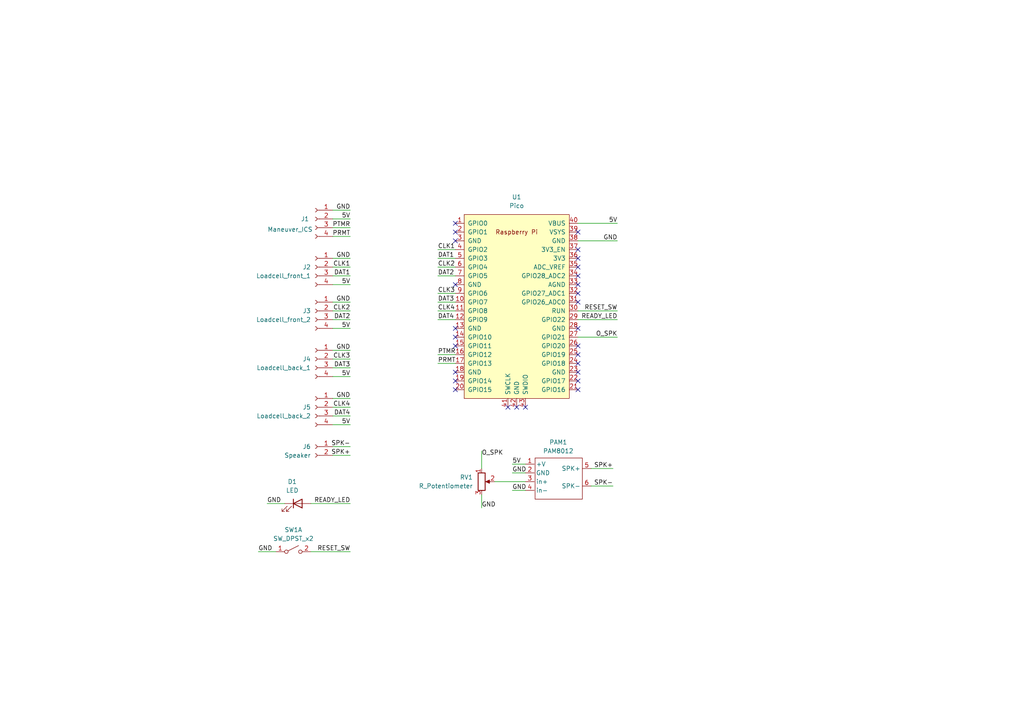
<source format=kicad_sch>
(kicad_sch (version 20231120) (generator "eeschema") (generator_version "8.0")
  (paper "A4")
  (lib_symbols
    (symbol "Connector:Conn_01x02_Socket" (pin_names (offset 1.016) hide)
      (property "Reference" "J" (at 0 2.54 0))
      (property "Value" "Conn_01x02_Socket" (at 0 -5.08 0))
      (symbol "Conn_01x02_Socket_1_1"
        (arc (start 0 -2.032) (mid -0.5058 -2.54) (end 0 -3.048) (stroke (width 0.1524)))
        (polyline (pts (xy -1.27 -2.54) (xy -0.508 -2.54)) (stroke (width 0.1524)))
        (polyline (pts (xy -1.27 0) (xy -0.508 0)) (stroke (width 0.1524)))
        (arc (start 0 0.508) (mid -0.5058 0) (end 0 -0.508) (stroke (width 0.1524)))
        (pin passive line (at -5.08 0 0) (length 3.81) (name "Pin_1") (number "1"))
        (pin passive line (at -5.08 -2.54 0) (length 3.81) (name "Pin_2") (number "2"))
      )
    )
    (symbol "Connector:Conn_01x04_Socket" (pin_names (offset 1.016) hide)
      (property "Reference" "J" (at 0 5.08 0))
      (property "Value" "Conn_01x04_Socket" (at 0 -7.62 0))
      (symbol "Conn_01x04_Socket_1_1"
        (arc (start 0 -4.572) (mid -0.5058 -5.08) (end 0 -5.588) (stroke (width 0.1524)))
        (arc (start 0 -2.032) (mid -0.5058 -2.54) (end 0 -3.048) (stroke (width 0.1524)))
        (polyline (pts (xy -1.27 -5.08) (xy -0.508 -5.08)) (stroke (width 0.1524)))
        (polyline (pts (xy -1.27 -2.54) (xy -0.508 -2.54)) (stroke (width 0.1524)))
        (polyline (pts (xy -1.27 0) (xy -0.508 0)) (stroke (width 0.1524)))
        (polyline (pts (xy -1.27 2.54) (xy -0.508 2.54)) (stroke (width 0.1524)))
        (arc (start 0 0.508) (mid -0.5058 0) (end 0 -0.508) (stroke (width 0.1524)))
        (arc (start 0 3.048) (mid -0.5058 2.54) (end 0 2.032) (stroke (width 0.1524)))
        (pin passive line (at -5.08 2.54 0) (length 3.81) (name "Pin_1") (number "1"))
        (pin passive line (at -5.08 0 0) (length 3.81) (name "Pin_2") (number "2"))
        (pin passive line (at -5.08 -2.54 0) (length 3.81) (name "Pin_3") (number "3"))
        (pin passive line (at -5.08 -5.08 0) (length 3.81) (name "Pin_4") (number "4"))
      )
    )
    (symbol "Device:R_Potentiometer" (pin_names (offset 1.016) hide)
      (property "Reference" "RV" (at -4.445 0 90))
      (property "Value" "R_Potentiometer" (at -2.54 0 90))
      (symbol "R_Potentiometer_0_1"
        (polyline (pts (xy 2.54 0) (xy 1.524 0)))
        (polyline (pts (xy 1.143 0) (xy 2.286 0.508) (xy 2.286 -0.508) (xy 1.143 0)) (fill (type outline)))
        (rectangle (start 1.016 2.54) (end -1.016 -2.54) (stroke (width 0.254)))
      )
      (symbol "R_Potentiometer_1_1"
        (pin passive line (at 0 3.81 270) (length 1.27) (name "1") (number "1"))
        (pin passive line (at 3.81 0 180) (length 1.27) (name "2") (number "2"))
        (pin passive line (at 0 -3.81 90) (length 1.27) (name "3") (number "3"))
      )
    )
    (symbol "PAM8012_1"
      (property "Reference" "PAM1" (at -0.762 8.636 0))
      (property "Value" "PAM8012" (at -0.635 6.35 0))
      (symbol "PAM8012_1_0_1"
        (rectangle (start -7.366 4.318) (end 6.35 -7.62))
      )
      (symbol "PAM8012_1_1_0"
        (pin power_in line (at -10.16 0 0) (length 2.54) (name "GND") (number "2"))
        (pin input line (at -10.16 -2.54 0) (length 2.54) (name "in+") (number "3"))
        (pin input line (at -10.16 -5.08 0) (length 2.54) (name "in-") (number "4"))
      )
      (symbol "PAM8012_1_1_1"
        (pin power_in line (at -10.16 2.54 0) (length 2.54) (name "+V") (number "1"))
        (pin power_out line (at 8.89 1.27 180) (length 2.54) (name "SPK+") (number "5"))
        (pin power_out line (at 8.89 -3.81 180) (length 2.54) (name "SPK-") (number "6"))
      )
    )
    (symbol "RPi_Pico:Pico" (pin_names (offset 1.016))
      (property "Reference" "U1" (at 0 31.75 0))
      (property "Value" "Pico" (at 0 29.21 0))
      (symbol "Pico_0_0"
        (text "Raspberry Pi" (at 0 21.59 0) (effects (font (size 1.27 1.27))))
      )
      (symbol "Pico_0_1"
        (rectangle (start -15.24 26.67) (end 15.24 -26.67) (fill (type background)))
      )
      (symbol "Pico_1_1"
        (pin bidirectional line (at -17.78 24.13 0) (length 2.54) (name "GPIO0") (number "1"))
        (pin bidirectional line (at -17.78 1.27 0) (length 2.54) (name "GPIO7") (number "10"))
        (pin bidirectional line (at -17.78 -1.27 0) (length 2.54) (name "GPIO8") (number "11"))
        (pin bidirectional line (at -17.78 -3.81 0) (length 2.54) (name "GPIO9") (number "12"))
        (pin power_in line (at -17.78 -6.35 0) (length 2.54) (name "GND") (number "13"))
        (pin bidirectional line (at -17.78 -8.89 0) (length 2.54) (name "GPIO10") (number "14"))
        (pin bidirectional line (at -17.78 -11.43 0) (length 2.54) (name "GPIO11") (number "15"))
        (pin bidirectional line (at -17.78 -13.97 0) (length 2.54) (name "GPIO12") (number "16"))
        (pin bidirectional line (at -17.78 -16.51 0) (length 2.54) (name "GPIO13") (number "17"))
        (pin power_in line (at -17.78 -19.05 0) (length 2.54) (name "GND") (number "18"))
        (pin bidirectional line (at -17.78 -21.59 0) (length 2.54) (name "GPIO14") (number "19"))
        (pin bidirectional line (at -17.78 21.59 0) (length 2.54) (name "GPIO1") (number "2"))
        (pin bidirectional line (at -17.78 -24.13 0) (length 2.54) (name "GPIO15") (number "20"))
        (pin bidirectional line (at 17.78 -24.13 180) (length 2.54) (name "GPIO16") (number "21"))
        (pin bidirectional line (at 17.78 -21.59 180) (length 2.54) (name "GPIO17") (number "22"))
        (pin power_in line (at 17.78 -19.05 180) (length 2.54) (name "GND") (number "23"))
        (pin bidirectional line (at 17.78 -16.51 180) (length 2.54) (name "GPIO18") (number "24"))
        (pin bidirectional line (at 17.78 -13.97 180) (length 2.54) (name "GPIO19") (number "25"))
        (pin bidirectional line (at 17.78 -11.43 180) (length 2.54) (name "GPIO20") (number "26"))
        (pin bidirectional line (at 17.78 -8.89 180) (length 2.54) (name "GPIO21") (number "27"))
        (pin power_in line (at 17.78 -6.35 180) (length 2.54) (name "GND") (number "28"))
        (pin bidirectional line (at 17.78 -3.81 180) (length 2.54) (name "GPIO22") (number "29"))
        (pin power_in line (at -17.78 19.05 0) (length 2.54) (name "GND") (number "3"))
        (pin input line (at 17.78 -1.27 180) (length 2.54) (name "RUN") (number "30"))
        (pin bidirectional line (at 17.78 1.27 180) (length 2.54) (name "GPIO26_ADC0") (number "31"))
        (pin bidirectional line (at 17.78 3.81 180) (length 2.54) (name "GPIO27_ADC1") (number "32"))
        (pin power_in line (at 17.78 6.35 180) (length 2.54) (name "AGND") (number "33"))
        (pin bidirectional line (at 17.78 8.89 180) (length 2.54) (name "GPIO28_ADC2") (number "34"))
        (pin unspecified line (at 17.78 11.43 180) (length 2.54) (name "ADC_VREF") (number "35"))
        (pin unspecified line (at 17.78 13.97 180) (length 2.54) (name "3V3") (number "36"))
        (pin input line (at 17.78 16.51 180) (length 2.54) (name "3V3_EN") (number "37"))
        (pin power_out line (at 17.78 19.05 180) (length 2.54) (name "GND") (number "38"))
        (pin unspecified line (at 17.78 21.59 180) (length 2.54) (name "VSYS") (number "39"))
        (pin bidirectional line (at -17.78 16.51 0) (length 2.54) (name "GPIO2") (number "4"))
        (pin power_out line (at 17.78 24.13 180) (length 2.54) (name "VBUS") (number "40"))
        (pin input line (at -2.54 -29.21 90) (length 2.54) (name "SWCLK") (number "41"))
        (pin power_in line (at 0 -29.21 90) (length 2.54) (name "GND") (number "42"))
        (pin bidirectional line (at 2.54 -29.21 90) (length 2.54) (name "SWDIO") (number "43"))
        (pin bidirectional line (at -17.78 13.97 0) (length 2.54) (name "GPIO3") (number "5"))
        (pin bidirectional line (at -17.78 11.43 0) (length 2.54) (name "GPIO4") (number "6"))
        (pin bidirectional line (at -17.78 8.89 0) (length 2.54) (name "GPIO5") (number "7"))
        (pin power_in line (at -17.78 6.35 0) (length 2.54) (name "GND") (number "8"))
        (pin bidirectional line (at -17.78 3.81 0) (length 2.54) (name "GPIO6") (number "9"))
      )
    )
    (symbol "Switch:SW_DPST_x2" (pin_names (offset 0) hide)
      (property "Reference" "SW" (at 0 3.175 0))
      (property "Value" "SW_DPST_x2" (at 0 -2.54 0))
      (symbol "SW_DPST_x2_0_0"
        (circle (center -2.032 0) (radius 0.508))
        (polyline (pts (xy -1.524 0.254) (xy 1.524 1.778)))
        (circle (center 2.032 0) (radius 0.508))
      )
      (symbol "SW_DPST_x2_1_1"
        (pin passive line (at -5.08 0 0) (length 2.54) (name "A") (number "1"))
        (pin passive line (at 5.08 0 180) (length 2.54) (name "B") (number "2"))
      )
      (symbol "SW_DPST_x2_2_1"
        (pin passive line (at -5.08 0 0) (length 2.54) (name "A") (number "3"))
        (pin passive line (at 5.08 0 180) (length 2.54) (name "B") (number "4"))
      )
    )
    (symbol "led:LED" (pin_numbers hide) (pin_names (offset 1.016) hide)
      (property "Reference" "D" (at 0 2.54 0))
      (property "Value" "LED" (at 0 -2.54 0))
      (symbol "LED_0_1"
        (polyline (pts (xy -1.27 -1.27) (xy -1.27 1.27)) (stroke (width 0.254)))
        (polyline (pts (xy -1.27 0) (xy 1.27 0)))
        (polyline (pts (xy 1.27 -1.27) (xy 1.27 1.27) (xy -1.27 0) (xy 1.27 -1.27)) (stroke (width 0.254)))
        (polyline (pts (xy -3.048 -0.762) (xy -4.572 -2.286) (xy -3.81 -2.286) (xy -4.572 -2.286) (xy -4.572 -1.524)))
        (polyline (pts (xy -1.778 -0.762) (xy -3.302 -2.286) (xy -2.54 -2.286) (xy -3.302 -2.286) (xy -3.302 -1.524)))
      )
      (symbol "LED_1_1"
        (pin passive line (at -3.81 0 0) (length 2.54) (name "K") (number "1"))
        (pin passive line (at 3.81 0 180) (length 2.54) (name "A") (number "2"))
      )
    )
  )
  (no_connect (at 167.64 80.01))
  (no_connect (at 167.64 102.87))
  (no_connect (at 167.64 107.95))
  (no_connect (at 167.64 95.25))
  (no_connect (at 147.32 118.11))
  (no_connect (at 132.08 67.31))
  (no_connect (at 132.08 107.95))
  (no_connect (at 167.64 77.47))
  (no_connect (at 167.64 100.33))
  (no_connect (at 167.64 87.63))
  (no_connect (at 167.64 67.31))
  (no_connect (at 152.4 118.11))
  (no_connect (at 132.08 113.03))
  (no_connect (at 132.08 69.85))
  (no_connect (at 167.64 82.55))
  (no_connect (at 167.64 74.93))
  (no_connect (at 132.08 64.77))
  (no_connect (at 132.08 97.79))
  (no_connect (at 167.64 113.03))
  (no_connect (at 132.08 95.25))
  (no_connect (at 149.86 118.11))
  (no_connect (at 167.64 72.39))
  (no_connect (at 167.64 105.41))
  (no_connect (at 167.64 110.49))
  (no_connect (at 132.08 110.49))
  (no_connect (at 132.08 82.55))
  (no_connect (at 167.64 85.09))
  (no_connect (at 132.08 100.33))
  (wire (pts (xy 101.6 90.17) (xy 96.52 90.17)))
  (wire (pts (xy 127 72.39) (xy 132.08 72.39)))
  (wire (pts (xy 167.64 92.71) (xy 179.07 92.71)))
  (wire (pts (xy 148.59 142.24) (xy 152.4 142.24)))
  (wire (pts (xy 101.6 68.58) (xy 96.52 68.58)))
  (wire (pts (xy 96.52 60.96) (xy 101.6 60.96)))
  (wire (pts (xy 148.59 137.16) (xy 152.4 137.16)))
  (wire (pts (xy 90.17 160.02) (xy 101.6 160.02)))
  (wire (pts (xy 127 80.01) (xy 132.08 80.01)))
  (wire (pts (xy 101.6 92.71) (xy 96.52 92.71)))
  (wire (pts (xy 127 85.09) (xy 132.08 85.09)))
  (wire (pts (xy 143.51 139.7) (xy 152.4 139.7)))
  (wire (pts (xy 101.6 95.25) (xy 96.52 95.25)))
  (wire (pts (xy 74.93 160.02) (xy 80.01 160.02)))
  (wire (pts (xy 101.6 146.05) (xy 90.17 146.05)))
  (wire (pts (xy 101.6 109.22) (xy 96.52 109.22)))
  (wire (pts (xy 101.6 66.04) (xy 96.52 66.04)))
  (wire (pts (xy 101.6 82.55) (xy 96.52 82.55)))
  (wire (pts (xy 101.6 104.14) (xy 96.52 104.14)))
  (wire (pts (xy 127 74.93) (xy 132.08 74.93)))
  (wire (pts (xy 148.59 134.62) (xy 152.4 134.62)))
  (wire (pts (xy 127 102.87) (xy 132.08 102.87)))
  (wire (pts (xy 139.7 143.51) (xy 139.7 147.32)))
  (wire (pts (xy 127 92.71) (xy 132.08 92.71)))
  (wire (pts (xy 101.6 115.57) (xy 96.52 115.57)))
  (wire (pts (xy 101.6 118.11) (xy 96.52 118.11)))
  (wire (pts (xy 101.6 106.68) (xy 96.52 106.68)))
  (wire (pts (xy 127 87.63) (xy 132.08 87.63)))
  (wire (pts (xy 77.47 146.05) (xy 82.55 146.05)))
  (wire (pts (xy 101.6 120.65) (xy 96.52 120.65)))
  (wire (pts (xy 139.7 135.89) (xy 139.7 130.81)))
  (wire (pts (xy 96.52 63.5) (xy 101.6 63.5)))
  (wire (pts (xy 101.6 123.19) (xy 96.52 123.19)))
  (wire (pts (xy 171.45 140.97) (xy 177.8 140.97)))
  (wire (pts (xy 127 77.47) (xy 132.08 77.47)))
  (wire (pts (xy 101.6 74.93) (xy 96.52 74.93)))
  (wire (pts (xy 167.64 90.17) (xy 179.07 90.17)))
  (wire (pts (xy 167.64 64.77) (xy 179.07 64.77)))
  (wire (pts (xy 101.6 101.6) (xy 96.52 101.6)))
  (wire (pts (xy 101.6 129.54) (xy 96.52 129.54)))
  (wire (pts (xy 101.6 77.47) (xy 96.52 77.47)))
  (wire (pts (xy 96.52 132.08) (xy 101.6 132.08)))
  (wire (pts (xy 127 105.41) (xy 132.08 105.41)))
  (wire (pts (xy 101.6 80.01) (xy 96.52 80.01)))
  (wire (pts (xy 171.45 135.89) (xy 177.8 135.89)))
  (wire (pts (xy 167.64 97.79) (xy 179.07 97.79)))
  (wire (pts (xy 127 90.17) (xy 132.08 90.17)))
  (wire (pts (xy 101.6 87.63) (xy 96.52 87.63)))
  (wire (pts (xy 167.64 69.85) (xy 179.07 69.85)))
  (label "PTMR" (at 101.6 66.04 180))
  (label "PRMT" (at 127 105.41 0))
  (label "CLK3" (at 101.6 104.14 180))
  (label "DAT4" (at 127 92.71 0))
  (label "5V" (at 101.6 63.5 180))
  (label "GND" (at 101.6 87.63 180))
  (label "DAT4" (at 101.6 120.65 180))
  (label "PTMR" (at 127 102.87 0))
  (label "DAT2" (at 127 80.01 0))
  (label "CLK4" (at 101.6 118.11 180))
  (label "GND" (at 101.6 115.57 180))
  (label "READY_LED" (at 179.07 92.71 180))
  (label "RESET_SW" (at 179.07 90.17 180))
  (label "RESET_SW" (at 101.6 160.02 180))
  (label "GND" (at 148.59 142.24 0))
  (label "GND" (at 139.7 147.32 0))
  (label "5V" (at 101.6 95.25 180))
  (label "CLK2" (at 101.6 90.17 180))
  (label "CLK2" (at 127 77.47 0))
  (label "GND" (at 77.47 146.05 0))
  (label "GND" (at 179.07 69.85 180))
  (label "DAT3" (at 101.6 106.68 180))
  (label "CLK1" (at 101.6 77.47 180))
  (label "DAT2" (at 101.6 92.71 180))
  (label "SPK+" (at 101.6 132.08 180))
  (label "O_SPK" (at 179.07 97.79 180))
  (label "PRMT" (at 101.6 68.58 180))
  (label "O_SPK" (at 139.7 130.81 0))
  (label "SPK-" (at 101.6 129.54 180))
  (label "DAT1" (at 101.6 80.01 180))
  (label "CLK1" (at 127 72.39 0))
  (label "5V" (at 101.6 82.55 180))
  (label "5V" (at 101.6 123.19 180))
  (label "5V" (at 148.59 134.62 0))
  (label "5V" (at 101.6 109.22 180))
  (label "SPK-" (at 177.8 140.97 180))
  (label "SPK+" (at 177.8 135.89 180))
  (label "GND" (at 74.93 160.02 0))
  (label "READY_LED" (at 101.6 146.05 180))
  (label "5V" (at 179.07 64.77 180))
  (label "CLK3" (at 127 85.09 0))
  (label "CLK4" (at 127 90.17 0))
  (label "GND" (at 148.59 137.16 0))
  (label "GND" (at 101.6 60.96 180))
  (label "DAT1" (at 127 74.93 0))
  (label "DAT3" (at 127 87.63 0))
  (label "GND" (at 101.6 101.6 180))
  (label "GND" (at 101.6 74.93 180))
  (symbol (lib_id "Connector:Conn_01x04_Socket") (at 91.44 77.47 0) (mirror y) (unit 1)
    (property "Reference" "J2" (at 90.17 77.4699 0) (effects (justify left)))
    (property "Value" "Loadcell_front_1" (at 90.17 80.0099 0) (effects (justify left)))
    (property "Footprint" "Footprints:JST_XH_S4B-XH-A_1x04_P2.50mm_Horizontal" (effects (hide yes)))
    (property "Description" "Generic connector, single row, 01x04, script generated" (effects (hide yes)))
  )
  (symbol (lib_id "Connector:Conn_01x04_Socket") (at 91.44 63.5 0) (mirror y) (unit 1)
    (property "Reference" "J1" (at 89.662 63.5 0) (effects (justify left)))
    (property "Value" "Maneuver_ICS" (at 90.678 66.548 0) (effects (justify left)))
    (property "Footprint" "Footprints:JST_XH_S4B-XH-A_1x04_P2.50mm_Horizontal" (effects (hide yes)))
    (property "Description" "Generic connector, single row, 01x04, script generated" (effects (hide yes)))
  )
  (symbol (lib_id "Connector:Conn_01x04_Socket") (at 91.44 104.14 0) (mirror y) (unit 1)
    (property "Reference" "J4" (at 90.17 104.1399 0) (effects (justify left)))
    (property "Value" "Loadcell_back_1" (at 90.17 106.6799 0) (effects (justify left)))
    (property "Footprint" "Footprints:JST_XH_S4B-XH-A_1x04_P2.50mm_Horizontal" (effects (hide yes)))
    (property "Description" "Generic connector, single row, 01x04, script generated" (effects (hide yes)))
  )
  (symbol (lib_id "Connector:Conn_01x04_Socket") (at 91.44 118.11 0) (mirror y) (unit 1)
    (property "Reference" "J5" (at 90.17 118.1099 0) (effects (justify left)))
    (property "Value" "Loadcell_back_2" (at 90.17 120.6499 0) (effects (justify left)))
    (property "Footprint" "Footprints:JST_XH_S4B-XH-A_1x04_P2.50mm_Horizontal" (effects (hide yes)))
    (property "Description" "Generic connector, single row, 01x04, script generated" (effects (hide yes)))
  )
  (symbol (lib_id "Switch:SW_DPST_x2") (at 85.09 160.02 0) (unit 1)
    (property "Reference" "SW1" (at 85.09 153.67 0))
    (property "Value" "SW_DPST_x2" (at 85.09 156.21 0))
    (property "Footprint" "20241231Library:Padx2" (effects (hide yes)))
    (property "Description" "Single Pole Single Throw (SPST) switch, separate symbol" (effects (hide yes)))
  )
  (symbol (lib_id "RPi_Pico:Pico") (at 149.86 88.9 0) (unit 1)
    (property "Reference" "U1" (at 149.86 57.15 0))
    (property "Value" "Pico" (at 149.86 59.69 0))
    (property "Footprint" "Footprints:RPi_Pico_SMD_TH" (effects (hide yes)))
  )
  (symbol (lib_name "PAM8012_1") (lib_id "pam8012:PAM8012") (at 162.56 137.16 0) (unit 1)
    (property "Reference" "PAM1" (at 161.925 128.27 0))
    (property "Value" "PAM8012" (at 161.925 130.81 0))
    (property "Footprint" "Footprints:PAM8012" (effects (hide yes)))
  )
  (symbol (lib_id "Connector:Conn_01x02_Socket") (at 91.44 129.54 0) (mirror y) (unit 1)
    (property "Reference" "J6" (at 90.17 129.5399 0) (effects (justify left)))
    (property "Value" "Speaker" (at 90.17 132.0799 0) (effects (justify left)))
    (property "Footprint" "Footprints:JST_XH_S2B-XH-A_1x02_P2.50mm_Horizontal" (effects (hide yes)))
    (property "Description" "Generic connector, single row, 01x02, script generated" (effects (hide yes)))
  )
  (symbol (lib_id "Connector:Conn_01x04_Socket") (at 91.44 90.17 0) (mirror y) (unit 1)
    (property "Reference" "J3" (at 90.17 90.1699 0) (effects (justify left)))
    (property "Value" "Loadcell_front_2" (at 90.17 92.7099 0) (effects (justify left)))
    (property "Footprint" "Footprints:JST_XH_S4B-XH-A_1x04_P2.50mm_Horizontal" (effects (hide yes)))
    (property "Description" "Generic connector, single row, 01x04, script generated" (effects (hide yes)))
  )
  (symbol (lib_id "Device:R_Potentiometer") (at 139.7 139.7 0) (unit 1)
    (property "Reference" "RV1" (at 137.16 138.4299 0) (effects (justify right)))
    (property "Value" "R_Potentiometer" (at 137.16 140.9699 0) (effects (justify right)))
    (property "Footprint" "20241231Library:Padx3" (effects (hide yes)))
    (property "Description" "Potentiometer" (effects (hide yes)))
  )
  (symbol (lib_id "led:LED") (at 86.36 146.05 0) (unit 1)
    (property "Reference" "D1" (at 84.7725 139.7 0))
    (property "Value" "LED" (at 84.7725 142.24 0))
    (property "Footprint" "20241231Library:Padx2" (effects (hide yes)))
    (property "Description" "Light emitting diode" (effects (hide yes)))
  )
)
</source>
